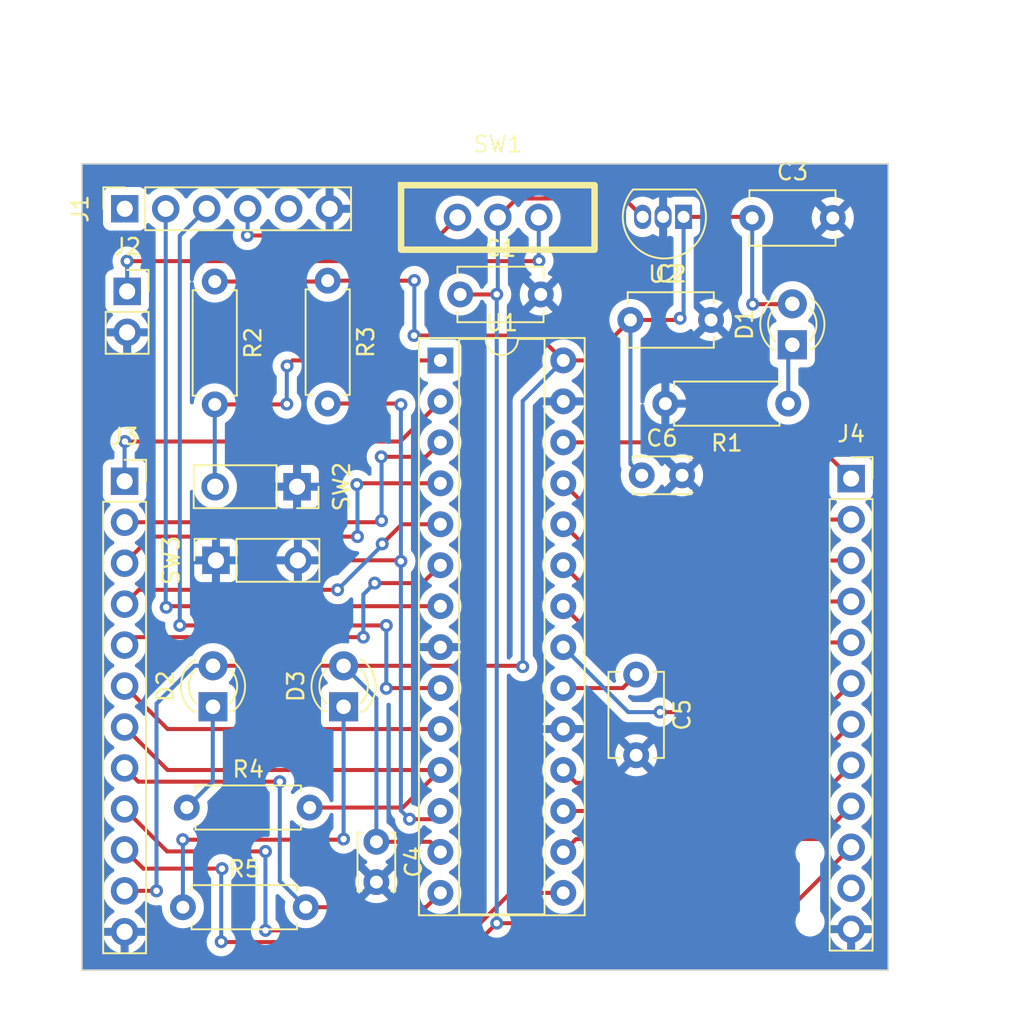
<source format=kicad_pcb>
(kicad_pcb (version 20221018) (generator pcbnew)
  (layers (0 "F.Cu" signal) (31 "B.Cu" signal) (34 "B.Paste" user) (35 "F.Paste" user) (36 "B.SilkS" user "B.Silkscreen") (37 "F.SilkS" user "F.Silkscreen") (38 "B.Mask" user) (39 "F.Mask" user) (44 "Edge.Cuts" user))
  (net 0 "")
  (net 1 "/Vin")
  (net 2 "GND")
  (net 3 "+3.3V")
  (net 4 "Net-(U1-V_{CAP})")
  (net 5 "Net-(D1-K)")
  (net 6 "Net-(D2-K)")
  (net 7 "Net-(D3-K)")
  (net 9 "/U1TX")
  (net 10 "/U1RX")
  (net 11 "+5V")
  (net 13 "Net-(J2-Pin_1)")
  (net 14 "/A0")
  (net 15 "/A1")
  (net 16 "/B0")
  (net 17 "/B1")
  (net 18 "/B2")
  (net 19 "/A3")
  (net 20 "/GREEN")
  (net 21 "/YELLOW")
  (net 22 "/B6")
  (net 23 "/B15")
  (net 24 "/B14")
  (net 25 "/B13")
  (net 26 "/B12")
  (net 27 "/B11")
  (net 28 "/B10")
  (net 29 "/B9")
  (net 30 "/B8")
  (net 31 "/B7")
  (net 32 "/MCLR")
  (net 33 "/USER")
  (footprint "Capacitor_THT:C_Disc_D5.1mm_W3.2mm_P5.00mm" (layer "F.Cu") (at 141.051187 92.633354 -90)
    (fp_text reference "C5" (at 2.5 -2.85 90) (layer "F.SilkS"))
    (fp_text value "1uF" hide)
    (fp_line (start -0.17 -1.721) (end -0.17 -1.055) (stroke (width 0.12)) (layer "F.SilkS"))
    (fp_line (start -0.17 -1.721) (end 5.17 -1.721) (stroke (width 0.12)) (layer "F.SilkS"))
    (fp_line (start -0.17 1.055) (end -0.17 1.721) (stroke (width 0.12)) (layer "F.SilkS"))
    (fp_line (start -0.17 1.721) (end 5.17 1.721) (stroke (width 0.12)) (layer "F.SilkS"))
    (fp_line (start 5.17 -1.721) (end 5.17 -1.055) (stroke (width 0.12)) (layer "F.SilkS"))
    (fp_line (start 5.17 1.055) (end 5.17 1.721) (stroke (width 0.12)) (layer "F.SilkS"))
    (pad "1" thru_hole circle (at 0 0 270) (size 1.6 1.6) (drill 0.8) (layers "*.Cu" "*.Mask") (net 4 "Net-(U1-V_{CAP})"))
    (pad "2" thru_hole circle (at 5 0 270) (size 1.6 1.6) (drill 0.8) (layers "*.Cu" "*.Mask") (net 2 "GND"))
  )
  (footprint "Capacitor_THT:C_Disc_D3.4mm_W2.1mm_P2.50mm" (layer "F.Cu") (at 141.397012 80.275337)
    (fp_text reference "C6" (at 1.25 -2.3) (layer "F.SilkS"))
    (fp_text value "0.1uF")
    (fp_line (start -0.57 -1.17) (end -0.57 -0.925) (stroke (width 0.12)) (layer "F.SilkS"))
    (fp_line (start -0.57 -1.17) (end 3.07 -1.17) (stroke (width 0.12)) (layer "F.SilkS"))
    (fp_line (start -0.57 0.925) (end -0.57 1.17) (stroke (width 0.12)) (layer "F.SilkS"))
    (fp_line (start -0.57 1.17) (end 3.07 1.17) (stroke (width 0.12)) (layer "F.SilkS"))
    (fp_line (start 3.07 -1.17) (end 3.07 -0.925) (stroke (width 0.12)) (layer "F.SilkS"))
    (fp_line (start 3.07 0.925) (end 3.07 1.17) (stroke (width 0.12)) (layer "F.SilkS"))
    (pad "1" thru_hole circle (at 0 0) (size 1.6 1.6) (drill 0.8) (layers "*.Cu" "*.Mask") (net 3 "+3.3V"))
    (pad "2" thru_hole circle (at 2.5 0) (size 1.6 1.6) (drill 0.8) (layers "*.Cu" "*.Mask") (net 2 "GND"))
  )
  (footprint "Resistor_THT:R_Axial_DIN0207_L6.3mm_D2.5mm_P7.62mm_Horizontal" (layer "F.Cu") (at 112.941554 107.058213)
    (fp_text reference "R5" (at 3.81 -2.37) (layer "F.SilkS"))
    (fp_text value "330")
    (fp_line (start 0.54 -1.37) (end 7.08 -1.37) (stroke (width 0.12)) (layer "F.SilkS"))
    (fp_line (start 0.54 -1.04) (end 0.54 -1.37) (stroke (width 0.12)) (layer "F.SilkS"))
    (fp_line (start 0.54 1.04) (end 0.54 1.37) (stroke (width 0.12)) (layer "F.SilkS"))
    (fp_line (start 0.54 1.37) (end 7.08 1.37) (stroke (width 0.12)) (layer "F.SilkS"))
    (fp_line (start 7.08 -1.37) (end 7.08 -1.04) (stroke (width 0.12)) (layer "F.SilkS"))
    (fp_line (start 7.08 1.37) (end 7.08 1.04) (stroke (width 0.12)) (layer "F.SilkS"))
    (pad "1" thru_hole circle (at 0 0) (size 1.6 1.6) (drill 0.8) (layers "*.Cu" "*.Mask") (net 7 "Net-(D3-K)"))
    (pad "2" thru_hole oval (at 7.62 0) (size 1.6 1.6) (drill 0.8) (layers "*.Cu" "*.Mask") (net 21 "/YELLOW"))
  )
  (footprint "pic32_footprint:push_button" (layer "F.Cu") (at 114.992286 85.546561 90)
    (fp_text reference "SW3" (at 0 -2.77 90) (layer "F.SilkS"))
    (fp_text value "USER" hide)
    (fp_line (start -1.33 1.27) (end -1.33 6.41) (stroke (width 0.12)) (layer "F.SilkS"))
    (fp_line (start -1.33 1.27) (end 1.33 1.27) (stroke (width 0.12)) (layer "F.SilkS"))
    (fp_line (start -1.33 6.41) (end 1.33 6.41) (stroke (width 0.12)) (layer "F.SilkS"))
    (fp_line (start 0 -1.33) (end 1.33 -1.33) (stroke (width 0.12)) (layer "F.SilkS"))
    (fp_line (start 1.33 -1.33) (end 1.33 0) (stroke (width 0.12)) (layer "F.SilkS"))
    (fp_line (start 1.33 1.27) (end 1.33 6.41) (stroke (width 0.12)) (layer "F.SilkS"))
    (pad "1" thru_hole rect (at 0 0 90) (size 1.7 1.7) (drill 1) (layers "*.Cu" "*.Mask") (net 2 "GND"))
    (pad "2" thru_hole oval (at 0 5.08 90) (size 1.7 1.7) (drill 1) (layers "*.Cu" "*.Mask") (net 2 "GND"))
  )
  (footprint "Capacitor_THT:C_Disc_D5.1mm_W3.2mm_P5.00mm" (layer "F.Cu") (at 140.693939 70.642606)
    (fp_text reference "C2" (at 2.5 -2.85) (layer "F.SilkS"))
    (fp_text value "1uF")
    (fp_line (start -0.17 -1.721) (end -0.17 -1.055) (stroke (width 0.12)) (layer "F.SilkS"))
    (fp_line (start -0.17 -1.721) (end 5.17 -1.721) (stroke (width 0.12)) (layer "F.SilkS"))
    (fp_line (start -0.17 1.055) (end -0.17 1.721) (stroke (width 0.12)) (layer "F.SilkS"))
    (fp_line (start -0.17 1.721) (end 5.17 1.721) (stroke (width 0.12)) (layer "F.SilkS"))
    (fp_line (start 5.17 -1.721) (end 5.17 -1.055) (stroke (width 0.12)) (layer "F.SilkS"))
    (fp_line (start 5.17 1.055) (end 5.17 1.721) (stroke (width 0.12)) (layer "F.SilkS"))
    (pad "1" thru_hole circle (at 0 0) (size 1.6 1.6) (drill 0.8) (layers "*.Cu" "*.Mask") (net 3 "+3.3V"))
    (pad "2" thru_hole circle (at 5 0) (size 1.6 1.6) (drill 0.8) (layers "*.Cu" "*.Mask") (net 2 "GND"))
  )
  (footprint "Capacitor_THT:C_Disc_D5.1mm_W3.2mm_P5.00mm" (layer "F.Cu") (at 148.242102 64.316479)
    (fp_text reference "C3" (at 2.5 -2.85) (layer "F.SilkS"))
    (fp_text value "1uF")
    (fp_line (start -0.17 -1.721) (end -0.17 -1.055) (stroke (width 0.12)) (layer "F.SilkS"))
    (fp_line (start -0.17 -1.721) (end 5.17 -1.721) (stroke (width 0.12)) (layer "F.SilkS"))
    (fp_line (start -0.17 1.055) (end -0.17 1.721) (stroke (width 0.12)) (layer "F.SilkS"))
    (fp_line (start -0.17 1.721) (end 5.17 1.721) (stroke (width 0.12)) (layer "F.SilkS"))
    (fp_line (start 5.17 -1.721) (end 5.17 -1.055) (stroke (width 0.12)) (layer "F.SilkS"))
    (fp_line (start 5.17 1.055) (end 5.17 1.721) (stroke (width 0.12)) (layer "F.SilkS"))
    (pad "1" thru_hole circle (at 0 0) (size 1.6 1.6) (drill 0.8) (layers "*.Cu" "*.Mask") (net 3 "+3.3V"))
    (pad "2" thru_hole circle (at 5 0) (size 1.6 1.6) (drill 0.8) (layers "*.Cu" "*.Mask") (net 2 "GND"))
  )
  (footprint "Capacitor_THT:C_Disc_D5.1mm_W3.2mm_P5.00mm" (layer "F.Cu") (at 130.135036 69.059854)
    (fp_text reference "C1" (at 2.5 -2.85) (layer "F.SilkS"))
    (fp_text value "1uF")
    (fp_line (start -0.17 -1.721) (end -0.17 -1.055) (stroke (width 0.12)) (layer "F.SilkS"))
    (fp_line (start -0.17 -1.721) (end 5.17 -1.721) (stroke (width 0.12)) (layer "F.SilkS"))
    (fp_line (start -0.17 1.055) (end -0.17 1.721) (stroke (width 0.12)) (layer "F.SilkS"))
    (fp_line (start -0.17 1.721) (end 5.17 1.721) (stroke (width 0.12)) (layer "F.SilkS"))
    (fp_line (start 5.17 -1.721) (end 5.17 -1.055) (stroke (width 0.12)) (layer "F.SilkS"))
    (fp_line (start 5.17 1.055) (end 5.17 1.721) (stroke (width 0.12)) (layer "F.SilkS"))
    (pad "1" thru_hole circle (at 0 0) (size 1.6 1.6) (drill 0.8) (layers "*.Cu" "*.Mask") (net 1 "/Vin"))
    (pad "2" thru_hole circle (at 5 0) (size 1.6 1.6) (drill 0.8) (layers "*.Cu" "*.Mask") (net 2 "GND"))
  )
  (footprint "Package_DIP:DIP-28_W7.62mm_Socket" (layer "F.Cu") (at 128.908664 73.149849)
    (fp_text reference "U1" (at 3.81 -2.33) (layer "F.SilkS"))
    (fp_text value "~")
    (fp_line (start -1.33 -1.39) (end -1.33 34.41) (stroke (width 0.12)) (layer "F.SilkS"))
    (fp_line (start -1.33 34.41) (end 8.95 34.41) (stroke (width 0.12)) (layer "F.SilkS"))
    (fp_line (start 1.16 -1.33) (end 1.16 34.35) (stroke (width 0.12)) (layer "F.SilkS"))
    (fp_line (start 1.16 34.35) (end 6.46 34.35) (stroke (width 0.12)) (layer "F.SilkS"))
    (fp_line (start 2.81 -1.33) (end 1.16 -1.33) (stroke (width 0.12)) (layer "F.SilkS"))
    (fp_line (start 6.46 -1.33) (end 4.81 -1.33) (stroke (width 0.12)) (layer "F.SilkS"))
    (fp_line (start 6.46 34.35) (end 6.46 -1.33) (stroke (width 0.12)) (layer "F.SilkS"))
    (fp_line (start 8.95 -1.39) (end -1.33 -1.39) (stroke (width 0.12)) (layer "F.SilkS"))
    (fp_line (start 8.95 34.41) (end 8.95 -1.39) (stroke (width 0.12)) (layer "F.SilkS"))
    (fp_arc (start 4.81 -1.33) (mid 3.81 -0.33) (end 2.81 -1.33) (stroke (width 0.12)) (layer "F.SilkS"))
    (pad "1" thru_hole rect (at 0 0) (size 1.6 1.6) (drill 0.8) (layers "*.Cu" "*.Mask") (net 32 "/MCLR"))
    (pad "2" thru_hole oval (at 0 2.54) (size 1.6 1.6) (drill 0.8) (layers "*.Cu" "*.Mask") (net 14 "/A0"))
    (pad "3" thru_hole oval (at 0 5.08) (size 1.6 1.6) (drill 0.8) (layers "*.Cu" "*.Mask") (net 15 "/A1"))
    (pad "4" thru_hole oval (at 0 7.62) (size 1.6 1.6) (drill 0.8) (layers "*.Cu" "*.Mask") (net 16 "/B0"))
    (pad "5" thru_hole oval (at 0 10.16) (size 1.6 1.6) (drill 0.8) (layers "*.Cu" "*.Mask") (net 17 "/B1"))
    (pad "6" thru_hole oval (at 0 12.7) (size 1.6 1.6) (drill 0.8) (layers "*.Cu" "*.Mask") (net 18 "/B2"))
    (pad "7" thru_hole oval (at 0 15.24) (size 1.6 1.6) (drill 0.8) (layers "*.Cu" "*.Mask") (net 9 "/U1TX"))
    (pad "8" thru_hole oval (at 0 17.78) (size 1.6 1.6) (drill 0.8) (layers "*.Cu" "*.Mask") (net 2 "GND"))
    (pad "9" thru_hole oval (at 0 20.32) (size 1.6 1.6) (drill 0.8) (layers "*.Cu" "*.Mask") (net 10 "/U1RX"))
    (pad "10" thru_hole oval (at 0 22.86) (size 1.6 1.6) (drill 0.8) (layers "*.Cu" "*.Mask") (net 19 "/A3"))
    (pad "11" thru_hole oval (at 0 25.4) (size 1.6 1.6) (drill 0.8) (layers "*.Cu" "*.Mask") (net 20 "/GREEN"))
    (pad "12" thru_hole oval (at 0 27.94) (size 1.6 1.6) (drill 0.8) (layers "*.Cu" "*.Mask") (net 33 "/USER"))
    (pad "13" thru_hole oval (at 0 30.48) (size 1.6 1.6) (drill 0.8) (layers "*.Cu" "*.Mask") (net 3 "+3.3V"))
    (pad "14" thru_hole oval (at 0 33.02) (size 1.6 1.6) (drill 0.8) (layers "*.Cu" "*.Mask") (net 21 "/YELLOW"))
    (pad "15" thru_hole oval (at 7.62 33.02) (size 1.6 1.6) (drill 0.8) (layers "*.Cu" "*.Mask") (net 22 "/B6"))
    (pad "16" thru_hole oval (at 7.62 30.48) (size 1.6 1.6) (drill 0.8) (layers "*.Cu" "*.Mask") (net 31 "/B7"))
    (pad "17" thru_hole oval (at 7.62 27.94) (size 1.6 1.6) (drill 0.8) (layers "*.Cu" "*.Mask") (net 30 "/B8"))
    (pad "18" thru_hole oval (at 7.62 25.4) (size 1.6 1.6) (drill 0.8) (layers "*.Cu" "*.Mask") (net 29 "/B9"))
    (pad "19" thru_hole oval (at 7.62 22.86) (size 1.6 1.6) (drill 0.8) (layers "*.Cu" "*.Mask") (net 2 "GND"))
    (pad "20" thru_hole oval (at 7.62 20.32) (size 1.6 1.6) (drill 0.8) (layers "*.Cu" "*.Mask") (net 4 "Net-(U1-V_{CAP})"))
    (pad "21" thru_hole oval (at 7.62 17.78) (size 1.6 1.6) (drill 0.8) (layers "*.Cu" "*.Mask") (net 28 "/B10"))
    (pad "22" thru_hole oval (at 7.62 15.24) (size 1.6 1.6) (drill 0.8) (layers "*.Cu" "*.Mask") (net 27 "/B11"))
    (pad "23" thru_hole oval (at 7.62 12.7) (size 1.6 1.6) (drill 0.8) (layers "*.Cu" "*.Mask") (net 26 "/B12"))
    (pad "24" thru_hole oval (at 7.62 10.16) (size 1.6 1.6) (drill 0.8) (layers "*.Cu" "*.Mask") (net 25 "/B13"))
    (pad "25" thru_hole oval (at 7.62 7.62) (size 1.6 1.6) (drill 0.8) (layers "*.Cu" "*.Mask") (net 24 "/B14"))
    (pad "26" thru_hole oval (at 7.62 5.08) (size 1.6 1.6) (drill 0.8) (layers "*.Cu" "*.Mask") (net 23 "/B15"))
    (pad "27" thru_hole oval (at 7.62 2.54) (size 1.6 1.6) (drill 0.8) (layers "*.Cu" "*.Mask") (net 2 "GND"))
    (pad "28" thru_hole oval (at 7.62 0) (size 1.6 1.6) (drill 0.8) (layers "*.Cu" "*.Mask") (net 3 "+3.3V"))
  )
  (footprint "Resistor_THT:R_Axial_DIN0207_L6.3mm_D2.5mm_P7.62mm_Horizontal" (layer "F.Cu") (at 114.918229 68.258688 -90)
    (fp_text reference "R2" (at 3.81 -2.37 90) (layer "F.SilkS"))
    (fp_text value "10K")
    (fp_line (start 0.54 -1.37) (end 7.08 -1.37) (stroke (width 0.12)) (layer "F.SilkS"))
    (fp_line (start 0.54 -1.04) (end 0.54 -1.37) (stroke (width 0.12)) (layer "F.SilkS"))
    (fp_line (start 0.54 1.04) (end 0.54 1.37) (stroke (width 0.12)) (layer "F.SilkS"))
    (fp_line (start 0.54 1.37) (end 7.08 1.37) (stroke (width 0.12)) (layer "F.SilkS"))
    (fp_line (start 7.08 -1.37) (end 7.08 -1.04) (stroke (width 0.12)) (layer "F.SilkS"))
    (fp_line (start 7.08 1.37) (end 7.08 1.04) (stroke (width 0.12)) (layer "F.SilkS"))
    (pad "1" thru_hole circle (at 0 0 270) (size 1.6 1.6) (drill 0.8) (layers "*.Cu" "*.Mask") (net 3 "+3.3V"))
    (pad "2" thru_hole oval (at 7.62 0 270) (size 1.6 1.6) (drill 0.8) (layers "*.Cu" "*.Mask") (net 32 "/MCLR"))
  )
  (footprint "pic32_footprint:swslide" (layer "F.Cu") (at 132.470447 64.824072)
    (fp_text reference "SW1" (at 0 -5.08 unlocked) (layer "F.SilkS") (effects (font (thickness 0.1))))
    (fp_text value "SW_SLIDE")
    (fp_rect (start -6 -2.54) (end 6 1.46) (stroke (width 0.4)) (fill none) (layer "F.SilkS"))
    (pad "1" thru_hole circle (at -2.5 -0.54) (size 1.7 1.7) (drill 1) (layers "*.Cu" "*.Mask") (net 11 "+5V"))
    (pad "2" thru_hole circle (at 0 -0.54) (size 1.7 1.7) (drill 1) (layers "*.Cu" "*.Mask") (net 1 "/Vin"))
    (pad "3" thru_hole circle (at 2.54 -0.54) (size 1.7 1.7) (drill 1) (layers "*.Cu" "*.Mask") (net 13 "Net-(J2-Pin_1)"))
  )
  (footprint "Resistor_THT:R_Axial_DIN0207_L6.3mm_D2.5mm_P7.62mm_Horizontal" (layer "F.Cu") (at 121.92 68.205644 -90)
    (fp_text reference "R3" (at 3.81 -2.37 90) (layer "F.SilkS"))
    (fp_text value "10K")
    (fp_line (start 0.54 -1.37) (end 7.08 -1.37) (stroke (width 0.12)) (layer "F.SilkS"))
    (fp_line (start 0.54 -1.04) (end 0.54 -1.37) (stroke (width 0.12)) (layer "F.SilkS"))
    (fp_line (start 0.54 1.04) (end 0.54 1.37) (stroke (width 0.12)) (layer "F.SilkS"))
    (fp_line (start 0.54 1.37) (end 7.08 1.37) (stroke (width 0.12)) (layer "F.SilkS"))
    (fp_line (start 7.08 -1.37) (end 7.08 -1.04) (stroke (width 0.12)) (layer "F.SilkS"))
    (fp_line (start 7.08 1.37) (end 7.08 1.04) (stroke (width 0.12)) (layer "F.SilkS"))
    (pad "1" thru_hole circle (at 0 0 270) (size 1.6 1.6) (drill 0.8) (layers "*.Cu" "*.Mask") (net 3 "+3.3V"))
    (pad "2" thru_hole oval (at 7.62 0 270) (size 1.6 1.6) (drill 0.8) (layers "*.Cu" "*.Mask") (net 33 "/USER"))
  )
  (footprint "Connector_PinSocket_2.54mm:PinSocket_1x06_P2.54mm_Vertical" (layer "F.Cu") (at 109.337057 63.747537 90)
    (fp_text reference "J1" (at 0 -2.77 90) (layer "F.SilkS"))
    (fp_text value "CP2102")
    (fp_line (start -1.33 1.27) (end -1.33 14.03) (stroke (width 0.12)) (layer "F.SilkS"))
    (fp_line (start -1.33 1.27) (end 1.33 1.27) (stroke (width 0.12)) (layer "F.SilkS"))
    (fp_line (start -1.33 14.03) (end 1.33 14.03) (stroke (width 0.12)) (layer "F.SilkS"))
    (fp_line (start 0 -1.33) (end 1.33 -1.33) (stroke (width 0.12)) (layer "F.SilkS"))
    (fp_line (start 1.33 -1.33) (end 1.33 0) (stroke (width 0.12)) (layer "F.SilkS"))
    (fp_line (start 1.33 1.27) (end 1.33 14.03) (stroke (width 0.12)) (layer "F.SilkS"))
    (pad "1" thru_hole rect (at 0 0 90) (size 1.7 1.7) (drill 1) (layers "*.Cu" "*.Mask"))
    (pad "2" thru_hole oval (at 0 2.54 90) (size 1.7 1.7) (drill 1) (layers "*.Cu" "*.Mask") (net 9 "/U1TX"))
    (pad "3" thru_hole oval (at 0 5.08 90) (size 1.7 1.7) (drill 1) (layers "*.Cu" "*.Mask") (net 10 "/U1RX"))
    (pad "4" thru_hole oval (at 0 7.62 90) (size 1.7 1.7) (drill 1) (layers "*.Cu" "*.Mask") (net 11 "+5V"))
    (pad "5" thru_hole oval (at 0 10.16 90) (size 1.7 1.7) (drill 1) (layers "*.Cu" "*.Mask"))
    (pad "6" thru_hole oval (at 0 12.7 90) (size 1.7 1.7) (drill 1) (layers "*.Cu" "*.Mask") (net 2 "GND"))
  )
  (footprint "LED_THT:LED_D3.0mm" (layer "F.Cu") (at 150.733092 72.180874 90)
    (fp_text reference "D1" (at 1.27 -2.96 90) (layer "F.SilkS"))
    (fp_text value "LED")
    (fp_line (start -0.29 -1.236) (end -0.29 -1.08) (stroke (width 0.12)) (layer "F.SilkS"))
    (fp_line (start -0.29 1.08) (end -0.29 1.236) (stroke (width 0.12)) (layer "F.SilkS"))
    (fp_arc (start -0.29 -1.235516) (mid 1.366487 -1.987659) (end 2.942335 -1.078608) (stroke (width 0.12)) (layer "F.SilkS"))
    (fp_arc (start 0.229039 -1.08) (mid 1.270117 -1.5) (end 2.31113 -1.079837) (stroke (width 0.12)) (layer "F.SilkS"))
    (fp_arc (start 2.31113 1.079837) (mid 1.270117 1.5) (end 0.229039 1.08) (stroke (width 0.12)) (layer "F.SilkS"))
    (fp_arc (start 2.942335 1.078608) (mid 1.366487 1.987659) (end -0.29 1.235516) (stroke (width 0.12)) (layer "F.SilkS"))
    (pad "1" thru_hole rect (at 0 0 90) (size 1.8 1.8) (drill 0.9) (layers "*.Cu" "*.Mask") (net 5 "Net-(D1-K)"))
    (pad "2" thru_hole circle (at 2.54 0 90) (size 1.8 1.8) (drill 0.9) (layers "*.Cu" "*.Mask") (net 3 "+3.3V"))
  )
  (footprint "Resistor_THT:R_Axial_DIN0207_L6.3mm_D2.5mm_P7.62mm_Horizontal" (layer "F.Cu") (at 113.183924 100.877775)
    (fp_text reference "R4" (at 3.81 -2.37) (layer "F.SilkS"))
    (fp_text value "330")
    (fp_line (start 0.54 -1.37) (end 7.08 -1.37) (stroke (width 0.12)) (layer "F.SilkS"))
    (fp_line (start 0.54 -1.04) (end 0.54 -1.37) (stroke (width 0.12)) (layer "F.SilkS"))
    (fp_line (start 0.54 1.04) (end 0.54 1.37) (stroke (width 0.12)) (layer "F.SilkS"))
    (fp_line (start 0.54 1.37) (end 7.08 1.37) (stroke (width 0.12)) (layer "F.SilkS"))
    (fp_line (start 7.08 -1.37) (end 7.08 -1.04) (stroke (width 0.12)) (layer "F.SilkS"))
    (fp_line (start 7.08 1.37) (end 7.08 1.04) (stroke (width 0.12)) (layer "F.SilkS"))
    (pad "1" thru_hole circle (at 0 0) (size 1.6 1.6) (drill 0.8) (layers "*.Cu" "*.Mask") (net 6 "Net-(D2-K)"))
    (pad "2" thru_hole oval (at 7.62 0) (size 1.6 1.6) (drill 0.8) (layers "*.Cu" "*.Mask") (net 20 "/GREEN"))
  )
  (footprint "LED_THT:LED_D3.0mm" (layer "F.Cu") (at 122.906826 94.629171 90)
    (fp_text reference "D3" (at 1.27 -2.96 90) (layer "F.SilkS"))
    (fp_text value "YELLOW")
    (fp_line (start -0.29 -1.236) (end -0.29 -1.08) (stroke (width 0.12)) (layer "F.SilkS"))
    (fp_line (start -0.29 1.08) (end -0.29 1.236) (stroke (width 0.12)) (layer "F.SilkS"))
    (fp_arc (start -0.29 -1.235516) (mid 1.366487 -1.987659) (end 2.942335 -1.078608) (stroke (width 0.12)) (layer "F.SilkS"))
    (fp_arc (start 0.229039 -1.08) (mid 1.270117 -1.5) (end 2.31113 -1.079837) (stroke (width 0.12)) (layer "F.SilkS"))
    (fp_arc (start 2.31113 1.079837) (mid 1.270117 1.5) (end 0.229039 1.08) (stroke (width 0.12)) (layer "F.SilkS"))
    (fp_arc (start 2.942335 1.078608) (mid 1.366487 1.987659) (end -0.29 1.235516) (stroke (width 0.12)) (layer "F.SilkS"))
    (pad "1" thru_hole rect (at 0 0 90) (size 1.8 1.8) (drill 0.9) (layers "*.Cu" "*.Mask") (net 7 "Net-(D3-K)"))
    (pad "2" thru_hole circle (at 2.54 0 90) (size 1.8 1.8) (drill 0.9) (layers "*.Cu" "*.Mask") (net 3 "+3.3V"))
  )
  (footprint "Connector_PinSocket_2.54mm:PinSocket_1x02_P2.54mm_Vertical" (layer "F.Cu") (at 109.485795 68.869611)
    (fp_text reference "J2" (at 0 -2.77) (layer "F.SilkS"))
    (fp_text value "BATTERY")
    (fp_line (start -1.33 1.27) (end -1.33 3.87) (stroke (width 0.12)) (layer "F.SilkS"))
    (fp_line (start -1.33 1.27) (end 1.33 1.27) (stroke (width 0.12)) (layer "F.SilkS"))
    (fp_line (start -1.33 3.87) (end 1.33 3.87) (stroke (width 0.12)) (layer "F.SilkS"))
    (fp_line (start 0 -1.33) (end 1.33 -1.33) (stroke (width 0.12)) (layer "F.SilkS"))
    (fp_line (start 1.33 -1.33) (end 1.33 0) (stroke (width 0.12)) (layer "F.SilkS"))
    (fp_line (start 1.33 1.27) (end 1.33 3.87) (stroke (width 0.12)) (layer "F.SilkS"))
    (pad "1" thru_hole rect (at 0 0) (size 1.7 1.7) (drill 1) (layers "*.Cu" "*.Mask") (net 13 "Net-(J2-Pin_1)"))
    (pad "2" thru_hole oval (at 0 2.54) (size 1.7 1.7) (drill 1) (layers "*.Cu" "*.Mask") (net 2 "GND"))
  )
  (footprint "Connector_PinSocket_2.54mm:PinSocket_1x12_P2.54mm_Vertical" (layer "F.Cu") (at 154.380298 80.478859)
    (fp_text reference "J4" (at 0 -2.77) (layer "F.SilkS"))
    (fp_text value "RIGHT")
    (fp_line (start -1.33 1.27) (end -1.33 29.27) (stroke (width 0.12)) (layer "F.SilkS"))
    (fp_line (start -1.33 1.27) (end 1.33 1.27) (stroke (width 0.12)) (layer "F.SilkS"))
    (fp_line (start -1.33 29.27) (end 1.33 29.27) (stroke (width 0.12)) (layer "F.SilkS"))
    (fp_line (start 0 -1.33) (end 1.33 -1.33) (stroke (width 0.12)) (layer "F.SilkS"))
    (fp_line (start 1.33 -1.33) (end 1.33 0) (stroke (width 0.12)) (layer "F.SilkS"))
    (fp_line (start 1.33 1.27) (end 1.33 29.27) (stroke (width 0.12)) (layer "F.SilkS"))
    (pad "1" thru_hole rect (at 0 0) (size 1.7 1.7) (drill 1) (layers "*.Cu" "*.Mask") (net 23 "/B15"))
    (pad "2" thru_hole oval (at 0 2.54) (size 1.7 1.7) (drill 1) (layers "*.Cu" "*.Mask") (net 24 "/B14"))
    (pad "3" thru_hole oval (at 0 5.08) (size 1.7 1.7) (drill 1) (layers "*.Cu" "*.Mask") (net 25 "/B13"))
    (pad "4" thru_hole oval (at 0 7.62) (size 1.7 1.7) (drill 1) (layers "*.Cu" "*.Mask") (net 26 "/B12"))
    (pad "5" thru_hole oval (at 0 10.16) (size 1.7 1.7) (drill 1) (layers "*.Cu" "*.Mask") (net 27 "/B11"))
    (pad "6" thru_hole oval (at 0 12.7) (size 1.7 1.7) (drill 1) (layers "*.Cu" "*.Mask") (net 28 "/B10"))
    (pad "7" thru_hole oval (at 0 15.24) (size 1.7 1.7) (drill 1) (layers "*.Cu" "*.Mask") (net 29 "/B9"))
    (pad "8" thru_hole oval (at 0 17.78) (size 1.7 1.7) (drill 1) (layers "*.Cu" "*.Mask") (net 30 "/B8"))
    (pad "9" thru_hole oval (at 0 20.32) (size 1.7 1.7) (drill 1) (layers "*.Cu" "*.Mask") (net 31 "/B7"))
    (pad "10" thru_hole oval (at 0 22.86) (size 1.7 1.7) (drill 1) (layers "*.Cu" "*.Mask") (net 1 "/Vin"))
    (pad "11" thru_hole oval (at 0 25.4) (size 1.7 1.7) (drill 1) (layers "*.Cu" "*.Mask") (net 3 "+3.3V"))
    (pad "12" thru_hole oval (at 0 27.94) (size 1.7 1.7) (drill 1) (layers "*.Cu" "*.Mask") (net 2 "GND"))
  )
  (footprint "Capacitor_THT:C_Disc_D3.4mm_W2.1mm_P2.50mm" (layer "F.Cu") (at 124.939854 102.999965 -90)
    (fp_text reference "C4" (at 1.25 -2.3 90) (layer "F.SilkS"))
    (fp_text value "0.1uF")
    (fp_line (start -0.57 -1.17) (end -0.57 -0.925) (stroke (width 0.12)) (layer "F.SilkS"))
    (fp_line (start -0.57 -1.17) (end 3.07 -1.17) (stroke (width 0.12)) (layer "F.SilkS"))
    (fp_line (start -0.57 0.925) (end -0.57 1.17) (stroke (width 0.12)) (layer "F.SilkS"))
    (fp_line (start -0.57 1.17) (end 3.07 1.17) (stroke (width 0.12)) (layer "F.SilkS"))
    (fp_line (start 3.07 -1.17) (end 3.07 -0.925) (stroke (width 0.12)) (layer "F.SilkS"))
    (fp_line (start 3.07 0.925) (end 3.07 1.17) (stroke (width 0.12)) (layer "F.SilkS"))
    (pad "1" thru_hole circle (at 0 0 270) (size 1.6 1.6) (drill 0.8) (layers "*.Cu" "*.Mask") (net 3 "+3.3V"))
    (pad "2" thru_hole circle (at 2.5 0 270) (size 1.6 1.6) (drill 0.8) (layers "*.Cu" "*.Mask") (net 2 "GND"))
  )
  (footprint "LED_THT:LED_D3.0mm" (layer "F.Cu") (at 114.806784 94.62632 90)
    (fp_text reference "D2" (at 1.27 -2.96 90) (layer "F.SilkS"))
    (fp_text value "GREEN")
    (fp_line (start -0.29 -1.236) (end -0.29 -1.08) (stroke (width 0.12)) (layer "F.SilkS"))
    (fp_line (start -0.29 1.08) (end -0.29 1.236) (stroke (width 0.12)) (layer "F.SilkS"))
    (fp_arc (start -0.29 -1.235516) (mid 1.366487 -1.987659) (end 2.942335 -1.078608) (stroke (width 0.12)) (layer "F.SilkS"))
    (fp_arc (start 0.229039 -1.08) (mid 1.270117 -1.5) (end 2.31113 -1.079837) (stroke (width 0.12)) (layer "F.SilkS"))
    (fp_arc (start 2.31113 1.079837) (mid 1.270117 1.5) (end 0.229039 1.08) (stroke (width 0.12)) (layer "F.SilkS"))
    (fp_arc (start 2.942335 1.078608) (mid 1.366487 1.987659) (end -0.29 1.235516) (stroke (width 0.12)) (layer "F.SilkS"))
    (pad "1" thru_hole rect (at 0 0 90) (size 1.8 1.8) (drill 0.9) (layers "*.Cu" "*.Mask") (net 6 "Net-(D2-K)"))
    (pad "2" thru_hole circle (at 2.54 0 90) (size 1.8 1.8) (drill 0.9) (layers "*.Cu" "*.Mask") (net 3 "+3.3V"))
  )
  (footprint "Resistor_THT:R_Axial_DIN0207_L6.3mm_D2.5mm_P7.62mm_Horizontal" (layer "F.Cu") (at 150.481179 75.829059 180)
    (fp_text reference "R1" (at 3.81 -2.450367) (layer "F.SilkS"))
    (fp_text value "330")
    (fp_line (start 0.54 -1.37) (end 7.08 -1.37) (stroke (width 0.12)) (layer "F.SilkS"))
    (fp_line (start 0.54 -1.04) (end 0.54 -1.37) (stroke (width 0.12)) (layer "F.SilkS"))
    (fp_line (start 0.54 1.04) (end 0.54 1.37) (stroke (width 0.12)) (layer "F.SilkS"))
    (fp_line (start 0.54 1.37) (end 7.08 1.37) (stroke (width 0.12)) (layer "F.SilkS"))
    (fp_line (start 7.08 -1.37) (end 7.08 -1.04) (stroke (width 0.12)) (layer "F.SilkS"))
    (fp_line (start 7.08 1.37) (end 7.08 1.04) (stroke (width 0.12)) (layer "F.SilkS"))
    (pad "1" thru_hole circle (at 0 0 180) (size 1.6 1.6) (drill 0.8) (layers "*.Cu" "*.Mask") (net 5 "Net-(D1-K)"))
    (pad "2" thru_hole oval (at 7.62 0 180) (size 1.6 1.6) (drill 0.8) (layers "*.Cu" "*.Mask") (net 2 "GND"))
  )
  (footprint "pic32_footprint:push_button" (layer "F.Cu") (at 120.021466 80.981925 -90)
    (fp_text reference "SW2" (at 0 -2.77 90) (layer "F.SilkS"))
    (fp_text value "MCLR" hide)
    (fp_line (start -1.33 1.27) (end -1.33 6.41) (stroke (width 0.12)) (layer "F.SilkS"))
    (fp_line (start -1.33 1.27) (end 1.33 1.27) (stroke (width 0.12)) (layer "F.SilkS"))
    (fp_line (start -1.33 6.41) (end 1.33 6.41) (stroke (width 0.12)) (layer "F.SilkS"))
    (fp_line (start 0 -1.33) (end 1.33 -1.33) (stroke (width 0.12)) (layer "F.SilkS"))
    (fp_line (start 1.33 -1.33) (end 1.33 0) (stroke (width 0.12)) (layer "F.SilkS"))
    (fp_line (start 1.33 1.27) (end 1.33 6.41) (stroke (width 0.12)) (layer "F.SilkS"))
    (pad "1" thru_hole rect (at 0 0 270) (size 1.7 1.7) (drill 1) (layers "*.Cu" "*.Mask") (net 2 "GND"))
    (pad "3" thru_hole oval (at 0 5.08 270) (size 1.7 1.7) (drill 1) (layers "*.Cu" "*.Mask") (net 32 "/MCLR"))
  )
  (footprint "Connector_PinSocket_2.54mm:PinSocket_1x12_P2.54mm_Vertical" (layer "F.Cu") (at 109.326087 80.643475)
    (fp_text reference "J3" (at 0 -2.77) (layer "F.SilkS"))
    (fp_text value "LEFT")
    (fp_line (start -1.33 1.27) (end -1.33 29.27) (stroke (width 0.12)) (layer "F.SilkS"))
    (fp_line (start -1.33 1.27) (end 1.33 1.27) (stroke (width 0.12)) (layer "F.SilkS"))
    (fp_line (start -1.33 29.27) (end 1.33 29.27) (stroke (width 0.12)) (layer "F.SilkS"))
    (fp_line (start 0 -1.33) (end 1.33 -1.33) (stroke (width 0.12)) (layer "F.SilkS"))
    (fp_line (start 1.33 -1.33) (end 1.33 0) (stroke (width 0.12)) (layer "F.SilkS"))
    (fp_line (start 1.33 1.27) (end 1.33 29.27) (stroke (width 0.12)) (layer "F.SilkS"))
    (pad "1" thru_hole rect (at 0 0) (size 1.7 1.7) (drill 1) (layers "*.Cu" "*.Mask") (net 14 "/A0"))
    (pad "2" thru_hole oval (at 0 2.54) (size 1.7 1.7) (drill 1) (layers "*.Cu" "*.Mask") (net 15 "/A1"))
    (pad "3" thru_hole oval (at 0 5.08) (size 1.7 1.7) (drill 1) (layers "*.Cu" "*.Mask") (net 16 "/B0"))
    (pad "4" thru_hole oval (at 0 7.62) (size 1.7 1.7) (drill 1) (layers "*.Cu" "*.Mask") (net 17 "/B1"))
    (pad "5" thru_hole oval (at 0 10.16) (size 1.7 1.7) (drill 1) (layers "*.Cu" "*.Mask") (net 18 "/B2"))
    (pad "6" thru_hole oval (at 0 12.7) (size 1.7 1.7) (drill 1) (layers "*.Cu" "*.Mask") (net 19 "/A3"))
    (pad "7" thru_hole oval (at 0 15.24) (size 1.7 1.7) (drill 1) (layers "*.Cu" "*.Mask") (net 20 "/GREEN"))
    (pad "8" thru_hole oval (at 0 17.78) (size 1.7 1.7) (drill 1) (layers "*.Cu" "*.Mask") (net 21 "/YELLOW"))
    (pad "9" thru_hole oval (at 0 20.32) (size 1.7 1.7) (drill 1) (layers "*.Cu" "*.Mask") (net 22 "/B6"))
    (pad "10" thru_hole oval (at 0 22.86) (size 1.7 1.7) (drill 1) (layers "*.Cu" "*.Mask") (net 1 "/Vin"))
    (pad "11" thru_hole oval (at 0 25.4) (size 1.7 1.7) (drill 1) (layers "*.Cu" "*.Mask") (net 3 "+3.3V"))
    (pad "12" thru_hole oval (at 0 27.94) (size 1.7 1.7) (drill 1) (layers "*.Cu" "*.Mask") (net 2 "GND"))
  )
  (footprint "Package_TO_SOT_THT:TO-92L_Inline" (layer "F.Cu") (at 143.99045 64.249154 180)
    (fp_text reference "U2" (at 1.19 -3.56) (layer "F.SilkS"))
    (fp_text value "AP7381")
    (fp_line (start -0.75 1.7) (end 3.1 1.7) (stroke (width 0.12)) (layer "F.SilkS"))
    (fp_arc (start -0.75 1.7) (mid 1.183448 -2.579449) (end 3.138611 1.690122) (stroke (width 0.12)) (layer "F.SilkS"))
    (pad "1" thru_hole rect (at 0 0 180) (size 1.05 1.5) (drill 0.75) (layers "*.Cu" "*.Mask") (net 3 "+3.3V"))
    (pad "2" thru_hole oval (at 1.27 0 180) (size 1.05 1.5) (drill 0.75) (layers "*.Cu" "*.Mask") (net 2 "GND"))
    (pad "3" thru_hole oval (at 2.54 0 180) (size 1.05 1.5) (drill 0.75) (layers "*.Cu" "*.Mask") (net 1 "/Vin"))
  )
  (gr_rect (start 106.68 60.96) (end 156.68 110.96) (stroke (width 0.1)) (fill none) (layer "Edge.Cuts"))
  (segment (start 131.231704 109.22) (end 115.336266 109.22) (width 0.25) (layer "F.Cu") (net 1))
  (segment (start 132.394581 69.059854) (end 132.40316 69.051275) (width 0.25) (layer "F.Cu") (net 1))
  (segment (start 133.645447 63.109072) (end 140.310368 63.109072) (width 0.25) (layer "F.Cu") (net 1))
  (segment (start 149.670613 108.048544) (end 154.380298 103.338859) (width 0.25) (layer "F.Cu") (net 1))
  (segment (start 130.135036 69.059854) (end 132.394581 69.059854) (width 0.25) (layer "F.Cu") (net 1))
  (segment (start 132.40316 108.048544) (end 131.231704 109.22) (width 0.25) (layer "F.Cu") (net 1))
  (segment (start 132.40316 108.048544) (end 149.670613 108.048544) (width 0.25) (layer "F.Cu") (net 1))
  (segment (start 109.326087 103.503475) (end 110.487747 104.665135) (width 0.25) (layer "F.Cu") (net 1))
  (segment (start 132.470447 64.284072) (end 133.645447 63.109072) (width 0.25) (layer "F.Cu") (net 1))
  (segment (start 110.487747 104.665135) (end 115.367928 104.665135) (width 0.25) (layer "F.Cu") (net 1))
  (segment (start 115.336266 109.22) (end 115.316068 109.199802) (width 0.25) (layer "F.Cu") (net 1))
  (segment (start 140.310368 63.109072) (end 141.45045 64.249154) (width 0.25) (layer "F.Cu") (net 1))
  (via (at 115.316068 109.199802) (size 0.8) (drill 0.4) (layers "F.Cu" "B.Cu") (net 1))
  (via (at 132.40316 69.051275) (size 0.8) (drill 0.4) (layers "F.Cu" "B.Cu") (net 1))
  (via (at 132.40316 108.048544) (size 0.8) (drill 0.4) (layers "F.Cu" "B.Cu") (net 1))
  (via (at 115.367928 104.665135) (size 0.8) (drill 0.4) (layers "F.Cu" "B.Cu") (net 1))
  (segment (start 132.470447 68.983988) (end 132.470447 64.284072) (width 0.25) (layer "B.Cu") (net 1))
  (segment (start 132.40316 69.051275) (end 132.40316 108.048544) (width 0.25) (layer "B.Cu") (net 1))
  (segment (start 132.40316 69.051275) (end 132.470447 68.983988) (width 0.25) (layer "B.Cu") (net 1))
  (segment (start 115.316068 104.716995) (end 115.367928 104.665135) (width 0.25) (layer "B.Cu") (net 1))
  (segment (start 115.316068 109.199802) (end 115.316068 104.716995) (width 0.25) (layer "B.Cu") (net 1))
  (segment (start 139.427682 96.009849) (end 141.051187 97.633354) (width 0.25) (layer "F.Cu") (net 2))
  (segment (start 136.528664 96.009849) (end 139.427682 96.009849) (width 0.25) (layer "F.Cu") (net 2))
  (segment (start 138.186696 73.149849) (end 140.693939 70.642606) (width 0.25) (layer "F.Cu") (net 3))
  (segment (start 128.27878 102.999965) (end 128.908664 103.629849) (width 0.25) (layer "F.Cu") (net 3))
  (segment (start 111.305442 106.043475) (end 109.326087 106.043475) (width 0.25) (layer "F.Cu") (net 3))
  (segment (start 114.806784 92.08632) (end 122.903975 92.08632) (width 0.25) (layer "F.Cu") (net 3))
  (segment (start 127.283195 68.205644) (end 127.294439 68.1944) (width 0.25) (layer "F.Cu") (net 3))
  (segment (start 134.986594 71.607779) (end 136.528664 73.149849) (width 0.25) (layer "F.Cu") (net 3))
  (segment (start 143.670908 70.642606) (end 140.693939 70.642606) (width 0.25) (layer "F.Cu") (net 3))
  (segment (start 136.528664 73.149849) (end 138.186696 73.149849) (width 0.25) (layer "F.Cu") (net 3))
  (segment (start 121.92 68.205644) (end 127.283195 68.205644) (width 0.25) (layer "F.Cu") (net 3))
  (segment (start 127.274241 71.607779) (end 134.986594 71.607779) (width 0.25) (layer "F.Cu") (net 3))
  (segment (start 133.964085 92.089171) (end 122.906826 92.089171) (width 0.25) (layer "F.Cu") (net 3))
  (segment (start 134.014171 92.139257) (end 133.964085 92.089171) (width 0.25) (layer "F.Cu") (net 3))
  (segment (start 143.99045 64.249154) (end 148.174777 64.249154) (width 0.25) (layer "F.Cu") (net 3))
  (segment (start 124.939854 102.999965) (end 128.27878 102.999965) (width 0.25) (layer "F.Cu") (net 3))
  (segment (start 148.174777 64.249154) (end 148.242102 64.316479) (width 0.25) (layer "F.Cu") (net 3))
  (segment (start 143.776203 70.537311) (end 143.670908 70.642606) (width 0.25) (layer "F.Cu") (net 3))
  (segment (start 114.918229 68.258688) (end 121.866956 68.258688) (width 0.25) (layer "F.Cu") (net 3))
  (segment (start 122.903975 92.08632) (end 122.906826 92.089171) (width 0.25) (layer "F.Cu") (net 3))
  (segment (start 148.273515 69.662086) (end 150.71188 69.662086) (width 0.25) (layer "F.Cu") (net 3))
  (segment (start 121.866956 68.258688) (end 121.92 68.205644) (width 0.25) (layer "F.Cu") (net 3))
  (segment (start 150.71188 69.662086) (end 150.733092 69.640874) (width 0.25) (layer "F.Cu") (net 3))
  (via (at 143.776203 70.537311) (size 0.8) (drill 0.4) (layers "F.Cu" "B.Cu") (net 3))
  (via (at 127.274241 71.607779) (size 0.8) (drill 0.4) (layers "F.Cu" "B.Cu") (net 3))
  (via (at 148.273515 69.662086) (size 0.8) (drill 0.4) (layers "F.Cu" "B.Cu") (net 3))
  (via (at 127.294439 68.1944) (size 0.8) (drill 0.4) (layers "F.Cu" "B.Cu") (net 3))
  (via (at 111.305442 106.043475) (size 0.8) (drill 0.4) (layers "F.Cu" "B.Cu") (net 3))
  (via (at 134.014171 92.139257) (size 0.8) (drill 0.4) (layers "F.Cu" "B.Cu") (net 3))
  (segment (start 136.528664 73.149849) (end 134.014171 75.664342) (width 0.25) (layer "B.Cu") (net 3))
  (segment (start 127.294439 71.587581) (end 127.274241 71.607779) (width 0.25) (layer "B.Cu") (net 3))
  (segment (start 143.99045 70.323064) (end 143.776203 70.537311) (width 0.25) (layer "B.Cu") (net 3))
  (segment (start 140.693939 79.572264) (end 141.397012 80.275337) (width 0.25) (layer "B.Cu") (net 3))
  (segment (start 148.242102 64.316479) (end 148.242102 69.630673) (width 0.25) (layer "B.Cu") (net 3))
  (segment (start 127.294439 68.1944) (end 127.294439 71.587581) (width 0.25) (layer "B.Cu") (net 3))
  (segment (start 148.242102 69.630673) (end 148.273515 69.662086) (width 0.25) (layer "B.Cu") (net 3))
  (segment (start 111.305442 94.434558) (end 111.305442 106.043475) (width 0.25) (layer "B.Cu") (net 3))
  (segment (start 114.806784 92.08632) (end 113.65368 92.08632) (width 0.25) (layer "B.Cu") (net 3))
  (segment (start 143.99045 64.249154) (end 143.99045 70.323064) (width 0.25) (layer "B.Cu") (net 3))
  (segment (start 113.65368 92.08632) (end 111.305442 94.434558) (width 0.25) (layer "B.Cu") (net 3))
  (segment (start 134.014171 75.664342) (end 134.014171 92.139257) (width 0.25) (layer "B.Cu") (net 3))
  (segment (start 140.693939 70.642606) (end 140.693939 79.572264) (width 0.25) (layer "B.Cu") (net 3))
  (segment (start 122.906826 92.089171) (end 124.939854 94.122199) (width 0.25) (layer "B.Cu") (net 3))
  (segment (start 124.939854 94.122199) (end 124.939854 102.999965) (width 0.25) (layer "B.Cu") (net 3))
  (segment (start 140.214692 93.469849) (end 141.051187 92.633354) (width 0.25) (layer "F.Cu") (net 4))
  (segment (start 136.528664 93.469849) (end 140.214692 93.469849) (width 0.25) (layer "F.Cu") (net 4))
  (segment (start 150.481179 72.432787) (end 150.733092 72.180874) (width 0.25) (layer "B.Cu") (net 5))
  (segment (start 150.481179 75.829059) (end 150.481179 72.432787) (width 0.25) (layer "B.Cu") (net 5))
  (segment (start 114.795002 94.424671) (end 114.795002 99.266697) (width 0.25) (layer "B.Cu") (net 6))
  (segment (start 114.795002 99.266697) (end 113.183924 100.877775) (width 0.25) (layer "B.Cu") (net 6))
  (segment (start 122.866431 102.872443) (end 122.906826 102.832048) (width 0.25) (layer "F.Cu") (net 7))
  (segment (start 112.931455 102.872443) (end 122.866431 102.872443) (width 0.25) (layer "F.Cu") (net 7))
  (via (at 122.906826 102.832048) (size 0.8) (drill 0.4) (layers "F.Cu" "B.Cu") (net 7))
  (via (at 112.931455 102.872443) (size 0.8) (drill 0.4) (layers "F.Cu" "B.Cu") (net 7))
  (segment (start 112.941554 107.058213) (end 112.941554 102.882542) (width 0.25) (layer "B.Cu") (net 7))
  (segment (start 112.941554 102.882542) (end 112.931455 102.872443) (width 0.25) (layer "B.Cu") (net 7))
  (segment (start 122.906826 94.629171) (end 122.906826 102.832048) (width 0.25) (layer "B.Cu") (net 7))
  (segment (start 111.97598 88.389849) (end 128.908664 88.389849) (width 0.25) (layer "F.Cu") (net 9))
  (segment (start 111.906595 88.459234) (end 111.97598 88.389849) (width 0.25) (layer "F.Cu") (net 9))
  (via (at 111.906595 88.459234) (size 0.8) (drill 0.4) (layers "F.Cu" "B.Cu") (net 9))
  (segment (start 111.877057 88.429696) (end 111.906595 88.459234) (width 0.25) (layer "B.Cu") (net 9))
  (segment (start 111.877057 63.747537) (end 111.877057 88.429696) (width 0.25) (layer "B.Cu") (net 9))
  (segment (start 125.568576 93.469849) (end 128.908664 93.469849) (width 0.25) (layer "F.Cu") (net 10))
  (segment (start 125.554898 93.483527) (end 125.568576 93.469849) (width 0.25) (layer "F.Cu") (net 10))
  (segment (start 112.749677 89.585408) (end 125.554898 89.585408) (width 0.25) (layer "F.Cu") (net 10))
  (via (at 125.554898 89.585408) (size 0.8) (drill 0.4) (layers "F.Cu" "B.Cu") (net 10))
  (via (at 112.749677 89.585408) (size 0.8) (drill 0.4) (layers "F.Cu" "B.Cu") (net 10))
  (via (at 125.554898 93.483527) (size 0.8) (drill 0.4) (layers "F.Cu" "B.Cu") (net 10))
  (segment (start 112.749677 65.414917) (end 112.749677 89.585408) (width 0.25) (layer "B.Cu") (net 10))
  (segment (start 114.417057 63.747537) (end 112.749677 65.414917) (width 0.25) (layer "B.Cu") (net 10))
  (segment (start 125.554898 89.585408) (end 125.554898 93.483527) (width 0.25) (layer "B.Cu") (net 10))
  (segment (start 128.850787 65.403732) (end 129.970447 64.284072) (width 0.25) (layer "F.Cu") (net 11))
  (segment (start 116.938705 65.403732) (end 128.850787 65.403732) (width 0.25) (layer "F.Cu") (net 11))
  (via (at 116.938705 65.403732) (size 0.8) (drill 0.4) (layers "F.Cu" "B.Cu") (net 11))
  (segment (start 116.957057 63.747537) (end 116.957057 65.38538) (width 0.25) (layer "B.Cu") (net 11))
  (segment (start 116.957057 65.38538) (end 116.938705 65.403732) (width 0.25) (layer "B.Cu") (net 11))
  (segment (start 134.995278 66.992603) (end 135.022208 66.965673) (width 0.25) (layer "F.Cu") (net 13))
  (segment (start 109.479092 66.992603) (end 134.995278 66.992603) (width 0.25) (layer "F.Cu") (net 13))
  (via (at 135.022208 66.965673) (size 0.8) (drill 0.4) (layers "F.Cu" "B.Cu") (net 13))
  (via (at 109.479092 66.992603) (size 0.8) (drill 0.4) (layers "F.Cu" "B.Cu") (net 13))
  (segment (start 135.010447 66.953912) (end 135.010447 64.284072) (width 0.25) (layer "B.Cu") (net 13))
  (segment (start 135.022208 66.965673) (end 135.010447 66.953912) (width 0.25) (layer "B.Cu") (net 13))
  (segment (start 109.485795 68.869611) (end 109.485795 66.999306) (width 0.25) (layer "B.Cu") (net 13))
  (segment (start 109.485795 66.999306) (end 109.479092 66.992603) (width 0.25) (layer "B.Cu") (net 13))
  (segment (start 109.346724 78.178702) (end 126.419811 78.178702) (width 0.25) (layer "F.Cu") (net 14))
  (segment (start 126.419811 78.178702) (end 128.908664 75.689849) (width 0.25) (layer "F.Cu") (net 14))
  (via (at 109.346724 78.178702) (size 0.8) (drill 0.4) (layers "F.Cu" "B.Cu") (net 14))
  (segment (start 109.326087 78.199339) (end 109.346724 78.178702) (width 0.25) (layer "B.Cu") (net 14))
  (segment (start 109.326087 80.643475) (end 109.326087 78.199339) (width 0.25) (layer "B.Cu") (net 14))
  (segment (start 128.010528 79.127985) (end 128.908664 78.229849) (width 0.25) (layer "F.Cu") (net 15))
  (segment (start 109.326087 83.183475) (end 125.165582 83.183475) (width 0.25) (layer "F.Cu") (net 15))
  (segment (start 125.165582 83.183475) (end 125.26236 83.086697) (width 0.25) (layer "F.Cu") (net 15))
  (segment (start 125.242163 79.127985) (end 128.010528 79.127985) (width 0.25) (layer "F.Cu") (net 15))
  (via (at 125.26236 83.086697) (size 0.8) (drill 0.4) (layers "F.Cu" "B.Cu") (net 15))
  (via (at 125.242163 79.127985) (size 0.8) (drill 0.4) (layers "F.Cu" "B.Cu") (net 15))
  (segment (start 125.26236 79.148182) (end 125.242163 79.127985) (width 0.25) (layer "B.Cu") (net 15))
  (segment (start 125.26236 83.086697) (end 125.26236 79.148182) (width 0.25) (layer "B.Cu") (net 15))
  (segment (start 123.802274 80.769849) (end 128.908664 80.769849) (width 0.25) (layer "F.Cu") (net 16))
  (segment (start 110.973188 84.076374) (end 123.767745 84.076374) (width 0.25) (layer "F.Cu") (net 16))
  (segment (start 109.326087 85.723475) (end 110.973188 84.076374) (width 0.25) (layer "F.Cu") (net 16))
  (segment (start 123.72735 80.844773) (end 123.802274 80.769849) (width 0.25) (layer "F.Cu") (net 16))
  (via (at 123.767745 84.076374) (size 0.8) (drill 0.4) (layers "F.Cu" "B.Cu") (net 16))
  (via (at 123.72735 80.844773) (size 0.8) (drill 0.4) (layers "F.Cu" "B.Cu") (net 16))
  (segment (start 123.767745 80.885168) (end 123.72735 80.844773) (width 0.25) (layer "B.Cu") (net 16))
  (segment (start 123.767745 84.076374) (end 123.767745 80.885168) (width 0.25) (layer "B.Cu") (net 16))
  (segment (start 126.519402 83.309849) (end 128.908664 83.309849) (width 0.25) (layer "F.Cu") (net 17))
  (segment (start 110.214778 87.374784) (end 122.535257 87.374784) (width 0.25) (layer "F.Cu") (net 17))
  (segment (start 125.302316 84.526935) (end 126.519402 83.309849) (width 0.25) (layer "F.Cu") (net 17))
  (segment (start 109.326087 88.263475) (end 110.214778 87.374784) (width 0.25) (layer "F.Cu") (net 17))
  (via (at 122.535257 87.374784) (size 0.8) (drill 0.4) (layers "F.Cu" "B.Cu") (net 17))
  (via (at 125.302316 84.526935) (size 0.8) (drill 0.4) (layers "F.Cu" "B.Cu") (net 17))
  (segment (start 122.535257 87.374784) (end 125.302316 84.607725) (width 0.25) (layer "B.Cu") (net 17))
  (segment (start 125.302316 84.607725) (end 125.302316 84.526935) (width 0.25) (layer "B.Cu") (net 17))
  (segment (start 128.908664 85.849849) (end 127.797872 86.960641) (width 0.25) (layer "F.Cu") (net 18))
  (segment (start 109.819654 90.309908) (end 124.13086 90.309908) (width 0.25) (layer "F.Cu") (net 18))
  (segment (start 127.797872 86.960641) (end 124.83702 86.960641) (width 0.25) (layer "F.Cu") (net 18))
  (segment (start 109.326087 90.803475) (end 109.819654 90.309908) (width 0.25) (layer "F.Cu") (net 18))
  (via (at 124.13086 90.309908) (size 0.8) (drill 0.4) (layers "F.Cu" "B.Cu") (net 18))
  (via (at 124.83702 86.960641) (size 0.8) (drill 0.4) (layers "F.Cu" "B.Cu") (net 18))
  (segment (start 124.83702 86.960641) (end 124.13086 87.666801) (width 0.25) (layer "B.Cu") (net 18))
  (segment (start 124.13086 87.666801) (end 124.13086 90.309908) (width 0.25) (layer "B.Cu") (net 18))
  (segment (start 109.326087 93.343475) (end 111.992461 96.009849) (width 0.25) (layer "F.Cu") (net 19))
  (segment (start 111.992461 96.009849) (end 128.908664 96.009849) (width 0.25) (layer "F.Cu") (net 19))
  (segment (start 111.992461 98.549849) (end 128.908664 98.549849) (width 0.25) (layer "F.Cu") (net 20))
  (segment (start 126.580738 100.877775) (end 128.908664 98.549849) (width 0.25) (layer "F.Cu") (net 20))
  (segment (start 120.803924 100.877775) (end 126.580738 100.877775) (width 0.25) (layer "F.Cu") (net 20))
  (segment (start 109.326087 95.883475) (end 111.992461 98.549849) (width 0.25) (layer "F.Cu") (net 20))
  (segment (start 109.326087 98.423475) (end 110.176961 99.274349) (width 0.25) (layer "F.Cu") (net 21))
  (segment (start 120.561554 107.058213) (end 128.0203 107.058213) (width 0.25) (layer "F.Cu") (net 21))
  (segment (start 110.176961 99.274349) (end 118.950312 99.274349) (width 0.25) (layer "F.Cu") (net 21))
  (segment (start 128.0203 107.058213) (end 128.908664 106.169849) (width 0.25) (layer "F.Cu") (net 21))
  (via (at 118.950312 99.274349) (size 0.8) (drill 0.4) (layers "F.Cu" "B.Cu") (net 21))
  (segment (start 118.950312 105.446971) (end 120.561554 107.058213) (width 0.25) (layer "B.Cu") (net 21))
  (segment (start 118.950312 99.274349) (end 118.950312 105.446971) (width 0.25) (layer "B.Cu") (net 21))
  (segment (start 133.25655 106.169849) (end 136.528664 106.169849) (width 0.25) (layer "F.Cu") (net 22))
  (segment (start 118.062929 108.4955) (end 130.930899 108.4955) (width 0.25) (layer "F.Cu") (net 22))
  (segment (start 130.930899 108.4955) (end 133.25655 106.169849) (width 0.25) (layer "F.Cu") (net 22))
  (segment (start 109.326087 100.963475) (end 111.959555 103.596943) (width 0.25) (layer "F.Cu") (net 22))
  (segment (start 111.959555 103.596943) (end 118.060929 103.596943) (width 0.25) (layer "F.Cu") (net 22))
  (via (at 118.062929 108.4955) (size 0.8) (drill 0.4) (layers "F.Cu" "B.Cu") (net 22))
  (via (at 118.060929 103.596943) (size 0.8) (drill 0.4) (layers "F.Cu" "B.Cu") (net 22))
  (segment (start 118.060929 108.4935) (end 118.062929 108.4955) (width 0.25) (layer "B.Cu") (net 22))
  (segment (start 118.060929 103.596943) (end 118.060929 108.4935) (width 0.25) (layer "B.Cu") (net 22))
  (segment (start 136.528664 78.229849) (end 152.131288 78.229849) (width 0.25) (layer "F.Cu") (net 23))
  (segment (start 152.131288 78.229849) (end 154.380298 80.478859) (width 0.25) (layer "F.Cu") (net 23))
  (segment (start 138.777674 83.018859) (end 154.380298 83.018859) (width 0.25) (layer "F.Cu") (net 24))
  (segment (start 136.528664 80.769849) (end 138.777674 83.018859) (width 0.25) (layer "F.Cu") (net 24))
  (segment (start 136.528664 83.309849) (end 138.777674 85.558859) (width 0.25) (layer "F.Cu") (net 25))
  (segment (start 138.777674 85.558859) (end 154.380298 85.558859) (width 0.25) (layer "F.Cu") (net 25))
  (segment (start 136.528664 85.849849) (end 138.777674 88.098859) (width 0.25) (layer "F.Cu") (net 26))
  (segment (start 138.777674 88.098859) (end 154.380298 88.098859) (width 0.25) (layer "F.Cu") (net 26))
  (segment (start 136.528664 88.389849) (end 138.777674 90.638859) (width 0.25) (layer "F.Cu") (net 27))
  (segment (start 138.777674 90.638859) (end 154.380298 90.638859) (width 0.25) (layer "F.Cu") (net 27))
  (segment (start 142.528072 94.958925) (end 152.600232 94.958925) (width 0.25) (layer "F.Cu") (net 28))
  (segment (start 152.600232 94.958925) (end 154.380298 93.178859) (width 0.25) (layer "F.Cu") (net 28))
  (via (at 142.528072 94.958925) (size 0.8) (drill 0.4) (layers "F.Cu" "B.Cu") (net 28))
  (segment (start 140.55774 94.958925) (end 142.528072 94.958925) (width 0.25) (layer "B.Cu") (net 28))
  (segment (start 136.528664 90.929849) (end 140.55774 94.958925) (width 0.25) (layer "B.Cu") (net 28))
  (segment (start 150.749309 99.349848) (end 154.380298 95.718859) (width 0.25) (layer "F.Cu") (net 29))
  (segment (start 136.528664 98.549849) (end 137.328663 99.349848) (width 0.25) (layer "F.Cu") (net 29))
  (segment (start 137.328663 99.349848) (end 150.749309 99.349848) (width 0.25) (layer "F.Cu") (net 29))
  (segment (start 136.528664 101.089849) (end 151.549308 101.089849) (width 0.25) (layer "F.Cu") (net 30))
  (segment (start 151.549308 101.089849) (end 154.380298 98.258859) (width 0.25) (layer "F.Cu") (net 30))
  (segment (start 152.349307 102.82985) (end 154.380298 100.798859) (width 0.25) (layer "F.Cu") (net 31))
  (segment (start 137.328663 102.82985) (end 152.349307 102.82985) (width 0.25) (layer "F.Cu") (net 31))
  (segment (start 136.528664 103.629849) (end 137.328663 102.82985) (width 0.25) (layer "F.Cu") (net 31))
  (segment (start 119.748767 73.149849) (end 128.908664 73.149849) (width 0.25) (layer "F.Cu") (net 32))
  (segment (start 119.405083 73.493533) (end 119.748767 73.149849) (width 0.25) (layer "F.Cu") (net 32))
  (segment (start 119.36284 75.878688) (end 119.384886 75.856642) (width 0.25) (layer "F.Cu") (net 32))
  (segment (start 114.918229 75.878688) (end 119.36284 75.878688) (width 0.25) (layer "F.Cu") (net 32))
  (via (at 119.384886 75.856642) (size 0.8) (drill 0.4) (layers "F.Cu" "B.Cu") (net 32))
  (via (at 119.405083 73.493533) (size 0.8) (drill 0.4) (layers "F.Cu" "B.Cu") (net 32))
  (segment (start 119.384886 75.856642) (end 119.384886 73.51373) (width 0.25) (layer "B.Cu") (net 32))
  (segment (start 114.918229 75.878688) (end 114.918229 80.958688) (width 0.25) (layer "B.Cu") (net 32))
  (segment (start 119.384886 73.51373) (end 119.405083 73.493533) (width 0.25) (layer "B.Cu") (net 32))
  (segment (start 114.918229 80.958688) (end 114.941466 80.981925) (width 0.25) (layer "B.Cu") (net 32))
  (segment (start 120.072286 85.546561) (end 126.39896 85.546561) (width 0.25) (layer "F.Cu") (net 33))
  (segment (start 126.39896 85.546561) (end 126.459553 85.607154) (width 0.25) (layer "F.Cu") (net 33))
  (segment (start 127 101.6) (end 128.398513 101.6) (width 0.25) (layer "F.Cu") (net 33))
  (segment (start 128.398513 101.6) (end 128.908664 101.089849) (width 0.25) (layer "F.Cu") (net 33))
  (segment (start 126.397932 75.825644) (end 126.459553 75.887265) (width 0.25) (layer "F.Cu") (net 33))
  (segment (start 121.92 75.825644) (end 126.397932 75.825644) (width 0.25) (layer "F.Cu") (net 33))
  (via (at 126.459553 85.607154) (size 0.8) (drill 0.4) (layers "F.Cu" "B.Cu") (net 33))
  (via (at 127 101.6) (size 0.8) (drill 0.4) (layers "F.Cu" "B.Cu") (net 33))
  (via (at 126.459553 75.887265) (size 0.8) (drill 0.4) (layers "F.Cu" "B.Cu") (net 33))
  (segment (start 126.459553 101.059553) (end 126.459553 85.607154) (width 0.25) (layer "B.Cu") (net 33))
  (segment (start 127 101.6) (end 126.459553 101.059553) (width 0.25) (layer "B.Cu") (net 33))
  (segment (start 126.459553 85.607154) (end 126.459553 75.887265) (width 0.25) (layer "B.Cu") (net 33))
  (zone (net 2) (net_name "GND") (layer "B.Cu") (connect_pads (clearance 0.5)) (min_thickness 0.25) (fill yes (thermal_gap 0.5) (thermal_bridge_width 0.5))
    (polygon (pts (xy 101.6 114.3) (xy 165.1 114.3) (xy 165.1 50.8) (xy 101.6 50.8)))
  )
)
</source>
